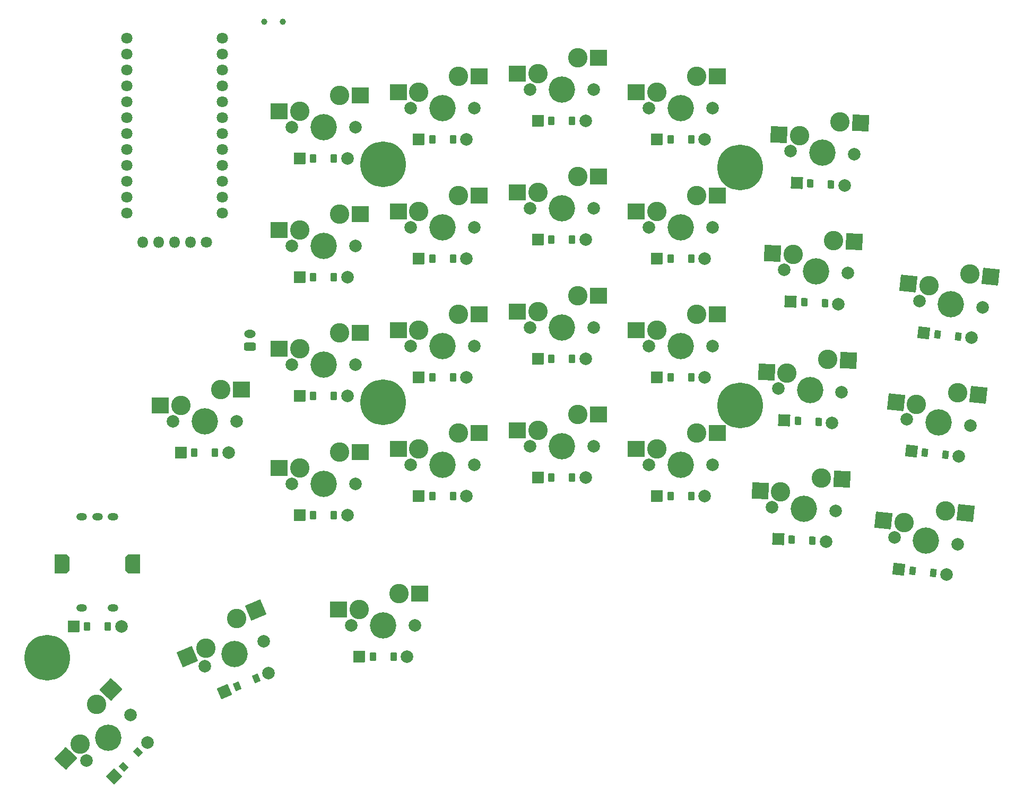
<source format=gbr>
%TF.GenerationSoftware,KiCad,Pcbnew,9.0.0*%
%TF.CreationDate,2025-04-09T21:05:37+02:00*%
%TF.ProjectId,right,72696768-742e-46b6-9963-61645f706362,1*%
%TF.SameCoordinates,Original*%
%TF.FileFunction,Soldermask,Bot*%
%TF.FilePolarity,Negative*%
%FSLAX46Y46*%
G04 Gerber Fmt 4.6, Leading zero omitted, Abs format (unit mm)*
G04 Created by KiCad (PCBNEW 9.0.0) date 2025-04-09 21:05:37*
%MOMM*%
%LPD*%
G01*
G04 APERTURE LIST*
G04 Aperture macros list*
%AMRoundRect*
0 Rectangle with rounded corners*
0 $1 Rounding radius*
0 $2 $3 $4 $5 $6 $7 $8 $9 X,Y pos of 4 corners*
0 Add a 4 corners polygon primitive as box body*
4,1,4,$2,$3,$4,$5,$6,$7,$8,$9,$2,$3,0*
0 Add four circle primitives for the rounded corners*
1,1,$1+$1,$2,$3*
1,1,$1+$1,$4,$5*
1,1,$1+$1,$6,$7*
1,1,$1+$1,$8,$9*
0 Add four rect primitives between the rounded corners*
20,1,$1+$1,$2,$3,$4,$5,0*
20,1,$1+$1,$4,$5,$6,$7,0*
20,1,$1+$1,$6,$7,$8,$9,0*
20,1,$1+$1,$8,$9,$2,$3,0*%
%AMFreePoly0*
4,1,15,1.095355,1.135355,1.535355,0.695355,1.550000,0.660000,1.550000,-1.100000,1.535355,-1.135355,1.500000,-1.150000,-1.500000,-1.150000,-1.535355,-1.135355,-1.550000,-1.100000,-1.550000,0.660000,-1.535355,0.695355,-1.095355,1.135355,-1.060000,1.150000,1.060000,1.150000,1.095355,1.135355,1.095355,1.135355,$1*%
%AMFreePoly1*
4,1,15,1.535355,1.135355,1.550000,1.100000,1.550000,-0.660000,1.535355,-0.695355,1.095355,-1.135355,1.060000,-1.150000,-1.060000,-1.150000,-1.095355,-1.135355,-1.535355,-0.695355,-1.550000,-0.660000,-1.550000,1.100000,-1.535355,1.135355,-1.500000,1.150000,1.500000,1.150000,1.535355,1.135355,1.535355,1.135355,$1*%
G04 Aperture macros list end*
%ADD10C,7.300000*%
%ADD11C,1.800000*%
%ADD12C,1.000000*%
%ADD13FreePoly0,90.000000*%
%ADD14FreePoly1,90.000000*%
%ADD15O,1.700000X1.200000*%
%ADD16O,1.800000X1.800000*%
%ADD17C,2.000000*%
%ADD18C,3.100000*%
%ADD19C,4.200000*%
%ADD20RoundRect,0.050000X-1.275000X-1.250000X1.275000X-1.250000X1.275000X1.250000X-1.275000X1.250000X0*%
%ADD21RoundRect,0.050000X-0.934308X-0.841255X0.841255X-0.934308X0.934308X0.841255X-0.841255X0.934308X0*%
%ADD22RoundRect,0.050000X-0.480785X-0.575627X0.417982X-0.622729X0.480785X0.575627X-0.417982X0.622729X0*%
%ADD23C,2.005000*%
%ADD24RoundRect,0.050000X-0.889000X-0.889000X0.889000X-0.889000X0.889000X0.889000X-0.889000X0.889000X0*%
%ADD25RoundRect,0.050000X-0.450000X-0.600000X0.450000X-0.600000X0.450000X0.600000X-0.450000X0.600000X0*%
%ADD26RoundRect,0.050000X0.013485X-1.785481X1.784864X0.048835X-0.013485X1.785481X-1.784864X-0.048835X0*%
%ADD27RoundRect,0.050000X-1.398676X-1.109879X1.137355X-1.376426X1.398676X1.109879X-1.137355X1.376426X0*%
%ADD28RoundRect,0.050000X0.021942X-1.257044X1.257044X0.021942X-0.021942X1.257044X-1.257044X-0.021942X0*%
%ADD29RoundRect,0.050000X0.119008X-0.740498X0.744200X-0.093092X-0.119008X0.740498X-0.744200X0.093092X0*%
%ADD30RoundRect,0.050000X-0.470969X-1.165689X1.165689X-0.470969X0.470969X1.165689X-1.165689X0.470969X0*%
%ADD31RoundRect,0.050000X-0.179789X-0.728132X0.648666X-0.376474X0.179789X0.728132X-0.648666X0.376474X0*%
%ADD32RoundRect,0.260000X-0.665000X0.390000X-0.665000X-0.390000X0.665000X-0.390000X0.665000X0.390000X0*%
%ADD33O,1.850000X1.300000*%
%ADD34RoundRect,0.050000X-1.338673X-1.181559X1.207833X-1.315015X1.338673X1.181559X-1.207833X1.315015X0*%
%ADD35RoundRect,0.050000X-0.977056X-0.791204X0.791204X-0.977056X0.977056X0.791204X-0.791204X0.977056X0*%
%ADD36RoundRect,0.050000X-0.510252X-0.549675X0.384818X-0.643751X0.510252X0.549675X-0.384818X0.643751X0*%
%ADD37RoundRect,0.050000X-0.685230X-1.648813X1.662058X-0.652449X0.685230X1.648813X-1.662058X0.652449X0*%
G04 APERTURE END LIST*
D10*
%TO.C,H2*%
X247580075Y-139491273D03*
%TD*%
D11*
%TO.C,MCU1*%
X164950083Y-80841280D03*
X164950083Y-83381280D03*
X164950083Y-85921280D03*
X164950082Y-88461280D03*
X164950083Y-91001280D03*
X164950083Y-93541280D03*
X164950083Y-96081280D03*
X164950083Y-98621280D03*
X164950083Y-101161280D03*
X164950083Y-103701280D03*
X164950083Y-106241280D03*
X164950081Y-108781279D03*
X149710083Y-108781279D03*
X149710083Y-106241280D03*
X149710083Y-103701280D03*
X149710083Y-101161280D03*
X149710084Y-98621280D03*
X149710083Y-96081280D03*
X149710083Y-93541280D03*
X149710083Y-91001280D03*
X149710083Y-88461280D03*
X149710083Y-85921280D03*
X149710083Y-83381280D03*
X149710083Y-80841280D03*
%TD*%
D10*
%TO.C,H5*%
X136980077Y-179791272D03*
%TD*%
D12*
%TO.C,PWR1*%
X174580077Y-78216278D03*
X171580078Y-78216277D03*
%TD*%
D10*
%TO.C,H3*%
X190580076Y-100991274D03*
%TD*%
%TO.C,H4*%
X190580080Y-138991273D03*
%TD*%
%TO.C,H1*%
X247580079Y-101491278D03*
%TD*%
D13*
%TO.C,RE1*%
X150580078Y-164791276D03*
D14*
X139380078Y-164791276D03*
D15*
X142480078Y-157291276D03*
X144980078Y-157291276D03*
X147480078Y-157291276D03*
X147480078Y-171791276D03*
X142480079Y-171791275D03*
%TD*%
D16*
%TO.C,DISP1*%
X152250075Y-113391275D03*
X154790076Y-113391275D03*
X157330076Y-113391275D03*
X159870077Y-113391274D03*
D11*
X162410077Y-113391275D03*
%TD*%
D17*
%TO.C,S25*%
X185500077Y-174641275D03*
D18*
X186770076Y-172101275D03*
D19*
X190580077Y-174641275D03*
D18*
X193120077Y-169561275D03*
D17*
X195660077Y-174641275D03*
D20*
X183495077Y-172101275D03*
X196422077Y-169561275D03*
%TD*%
D17*
%TO.C,S23*%
X176000078Y-94991275D03*
D18*
X177270077Y-92451275D03*
D19*
X181080078Y-94991275D03*
D18*
X183620078Y-89911275D03*
D17*
X186160078Y-94991275D03*
D20*
X173995078Y-92451275D03*
X186922078Y-89911275D03*
%TD*%
D17*
%TO.C,S13*%
X214000076Y-126991274D03*
D18*
X215270075Y-124451274D03*
D19*
X219080076Y-126991274D03*
D18*
X221620076Y-121911274D03*
D17*
X224160076Y-126991274D03*
D20*
X211995076Y-124451274D03*
X224922076Y-121911274D03*
%TD*%
D17*
%TO.C,S9*%
X233000072Y-129991272D03*
D18*
X234270071Y-127451272D03*
D19*
X238080072Y-129991272D03*
D18*
X240620072Y-124911272D03*
D17*
X243160072Y-129991272D03*
D20*
X230995072Y-127451272D03*
X243922072Y-124911272D03*
%TD*%
D21*
%TO.C,D5*%
X254616647Y-141846938D03*
D22*
X256773687Y-141959984D03*
X260069165Y-142132692D03*
D23*
X262226205Y-142245738D03*
%TD*%
D24*
%TO.C,D20*%
X177270075Y-156991269D03*
D25*
X179430075Y-156991269D03*
X182730075Y-156991269D03*
D23*
X184890075Y-156991269D03*
%TD*%
D17*
%TO.C,S20*%
X176000086Y-151991272D03*
D18*
X177270085Y-149451272D03*
D19*
X181080086Y-151991272D03*
D18*
X183620086Y-146911272D03*
D17*
X186160086Y-151991272D03*
D20*
X173995086Y-149451272D03*
X186922086Y-146911272D03*
%TD*%
D17*
%TO.C,S24*%
X157000077Y-141991276D03*
D18*
X158270076Y-139451276D03*
D19*
X162080077Y-141991276D03*
D18*
X164620077Y-136911276D03*
D17*
X167160077Y-141991276D03*
D20*
X154995077Y-139451276D03*
X167922077Y-136911276D03*
%TD*%
D21*
%TO.C,D6*%
X255611029Y-122872980D03*
D22*
X257768069Y-122986026D03*
X261063547Y-123158734D03*
D23*
X263220587Y-123271780D03*
%TD*%
D17*
%TO.C,S27*%
X143197508Y-196217660D03*
D18*
X142252602Y-193539666D03*
D19*
X146726373Y-192563414D03*
D18*
X144836558Y-187207425D03*
D17*
X150255238Y-188909168D03*
D26*
X139977595Y-195895504D03*
X147130321Y-184832166D03*
%TD*%
D24*
%TO.C,D15*%
X215270083Y-93991274D03*
D25*
X217430083Y-93991274D03*
X220730083Y-93991274D03*
D23*
X222890083Y-93991274D03*
%TD*%
D17*
%TO.C,S3*%
X276135762Y-122773229D03*
D18*
X277664305Y-120379896D03*
D19*
X281187932Y-123304235D03*
D18*
X284245022Y-118517566D03*
D17*
X286240102Y-123835241D03*
D27*
X274407247Y-120037565D03*
X287528934Y-118862719D03*
%TD*%
D24*
%TO.C,D12*%
X215270078Y-150991271D03*
D25*
X217430078Y-150991271D03*
X220730078Y-150991271D03*
D23*
X222890078Y-150991271D03*
%TD*%
D24*
%TO.C,D10*%
X234270076Y-115991272D03*
D25*
X236430076Y-115991272D03*
X239730076Y-115991272D03*
D23*
X241890076Y-115991272D03*
%TD*%
D24*
%TO.C,D28*%
X141170077Y-174791276D03*
D25*
X143330077Y-174791276D03*
X146630077Y-174791276D03*
D23*
X148790077Y-174791276D03*
%TD*%
D28*
%TO.C,D27*%
X147676430Y-198777386D03*
D29*
X149176892Y-197223612D03*
X151469264Y-194849790D03*
D23*
X152969726Y-193296016D03*
%TD*%
D24*
%TO.C,D13*%
X215270079Y-131991276D03*
D25*
X217430079Y-131991276D03*
X220730079Y-131991276D03*
D23*
X222890079Y-131991276D03*
%TD*%
D30*
%TO.C,D26*%
X165276608Y-185232484D03*
D31*
X167264898Y-184388503D03*
X170302564Y-183099091D03*
D23*
X172290854Y-182255110D03*
%TD*%
D17*
%TO.C,S8*%
X233000079Y-148991278D03*
D18*
X234270078Y-146451278D03*
D19*
X238080079Y-148991278D03*
D18*
X240620079Y-143911278D03*
D17*
X243160079Y-148991278D03*
D20*
X230995079Y-146451278D03*
X243922079Y-143911278D03*
%TD*%
D17*
%TO.C,S12*%
X214000083Y-145991273D03*
D18*
X215270082Y-143451273D03*
D19*
X219080083Y-145991273D03*
D18*
X221620083Y-140911273D03*
D17*
X224160083Y-145991273D03*
D20*
X211995083Y-143451273D03*
X224922083Y-140911273D03*
%TD*%
D24*
%TO.C,D21*%
X177270074Y-137991274D03*
D25*
X179430074Y-137991274D03*
X182730074Y-137991274D03*
D23*
X184890074Y-137991274D03*
%TD*%
D17*
%TO.C,S2*%
X274149719Y-141669140D03*
D18*
X275678262Y-139275807D03*
D19*
X279201889Y-142200146D03*
D18*
X282258979Y-137413477D03*
D17*
X284254059Y-142731152D03*
D27*
X272421204Y-138933476D03*
X285542891Y-137758630D03*
%TD*%
D17*
%TO.C,S1*%
X272163679Y-160565057D03*
D18*
X273692222Y-158171724D03*
D19*
X277215849Y-161096063D03*
D18*
X280272939Y-156309394D03*
D17*
X282268019Y-161627069D03*
D27*
X270435164Y-157829393D03*
X283556851Y-156654547D03*
%TD*%
D32*
%TO.C,JST1*%
X169330077Y-130041276D03*
D33*
X169330077Y-128041276D03*
%TD*%
D21*
%TO.C,D7*%
X256605407Y-103899020D03*
D22*
X258762447Y-104012066D03*
X262057925Y-104184774D03*
D23*
X264214965Y-104297820D03*
%TD*%
D17*
%TO.C,S4*%
X252615679Y-155761284D03*
D18*
X254016871Y-153291232D03*
D19*
X257688717Y-156027151D03*
D18*
X260491103Y-151087046D03*
D17*
X262761755Y-156293018D03*
D34*
X250746360Y-153119832D03*
X263788577Y-151259860D03*
%TD*%
D17*
%TO.C,S17*%
X195000082Y-129991279D03*
D18*
X196270081Y-127451279D03*
D19*
X200080082Y-129991279D03*
D18*
X202620082Y-124911279D03*
D17*
X205160082Y-129991279D03*
D20*
X192995082Y-127451279D03*
X205922082Y-124911279D03*
%TD*%
D35*
%TO.C,D2*%
X274890117Y-146774502D03*
D36*
X277038283Y-147000282D03*
X280320205Y-147345226D03*
D23*
X282468371Y-147571006D03*
%TD*%
D17*
%TO.C,S22*%
X176000074Y-113991275D03*
D18*
X177270073Y-111451275D03*
D19*
X181080074Y-113991275D03*
D18*
X183620074Y-108911275D03*
D17*
X186160074Y-113991275D03*
D20*
X173995074Y-111451275D03*
X186922074Y-108911275D03*
%TD*%
D21*
%TO.C,D4*%
X253622263Y-160820897D03*
D22*
X255779303Y-160933943D03*
X259074781Y-161106651D03*
D23*
X261231821Y-161219697D03*
%TD*%
D24*
%TO.C,D22*%
X177270086Y-118991275D03*
D25*
X179430086Y-118991275D03*
X182730086Y-118991275D03*
D23*
X184890086Y-118991275D03*
%TD*%
D17*
%TO.C,S26*%
X162153916Y-181126190D03*
D18*
X162330500Y-178291879D03*
D19*
X166830081Y-179141276D03*
D18*
X167183249Y-173472654D03*
D17*
X171506246Y-177156362D03*
D37*
X159315847Y-179571524D03*
X170222756Y-172182460D03*
%TD*%
D24*
%TO.C,D8*%
X234270082Y-153991277D03*
D25*
X236430082Y-153991277D03*
X239730082Y-153991277D03*
D23*
X241890082Y-153991277D03*
%TD*%
D24*
%TO.C,D24*%
X158270081Y-146991271D03*
D25*
X160430081Y-146991271D03*
X163730081Y-146991271D03*
D23*
X165890081Y-146991271D03*
%TD*%
D17*
%TO.C,S19*%
X195000076Y-91991273D03*
D18*
X196270075Y-89451273D03*
D19*
X200080076Y-91991273D03*
D18*
X202620076Y-86911273D03*
D17*
X205160076Y-91991273D03*
D20*
X192995076Y-89451273D03*
X205922076Y-86911273D03*
%TD*%
D17*
%TO.C,S21*%
X176000077Y-132991277D03*
D18*
X177270076Y-130451277D03*
D19*
X181080077Y-132991277D03*
D18*
X183620077Y-127911277D03*
D17*
X186160077Y-132991277D03*
D20*
X173995077Y-130451277D03*
X186922077Y-127911277D03*
%TD*%
D35*
%TO.C,D3*%
X276876157Y-127878589D03*
D36*
X279024323Y-128104369D03*
X282306245Y-128449313D03*
D23*
X284454411Y-128675093D03*
%TD*%
D24*
%TO.C,D16*%
X196270076Y-153991276D03*
D25*
X198430076Y-153991276D03*
X201730076Y-153991276D03*
D23*
X203890076Y-153991276D03*
%TD*%
D17*
%TO.C,S10*%
X233000081Y-110991274D03*
D18*
X234270080Y-108451274D03*
D19*
X238080081Y-110991274D03*
D18*
X240620081Y-105911274D03*
D17*
X243160081Y-110991274D03*
D20*
X230995081Y-108451274D03*
X243922081Y-105911274D03*
%TD*%
D24*
%TO.C,D14*%
X215270080Y-112991271D03*
D25*
X217430080Y-112991271D03*
X220730080Y-112991271D03*
D23*
X222890080Y-112991271D03*
%TD*%
D24*
%TO.C,D17*%
X196270078Y-134991274D03*
D25*
X198430078Y-134991274D03*
X201730078Y-134991274D03*
D23*
X203890078Y-134991274D03*
%TD*%
D24*
%TO.C,D9*%
X234270075Y-134991272D03*
D25*
X236430075Y-134991272D03*
X239730075Y-134991272D03*
D23*
X241890075Y-134991272D03*
%TD*%
D17*
%TO.C,S14*%
X214000076Y-107991270D03*
D18*
X215270075Y-105451270D03*
D19*
X219080076Y-107991270D03*
D18*
X221620076Y-102911270D03*
D17*
X224160076Y-107991270D03*
D20*
X211995076Y-105451270D03*
X224922076Y-102911270D03*
%TD*%
D35*
%TO.C,D1*%
X272904074Y-165670417D03*
D36*
X275052240Y-165896197D03*
X278334162Y-166241141D03*
D23*
X280482328Y-166466921D03*
%TD*%
D24*
%TO.C,D11*%
X234270071Y-96991277D03*
D25*
X236430071Y-96991277D03*
X239730071Y-96991277D03*
D23*
X241890071Y-96991277D03*
%TD*%
D17*
%TO.C,S15*%
X214000073Y-88991271D03*
D18*
X215270072Y-86451271D03*
D19*
X219080073Y-88991271D03*
D18*
X221620073Y-83911271D03*
D17*
X224160073Y-88991271D03*
D20*
X211995073Y-86451271D03*
X224922073Y-83911271D03*
%TD*%
D24*
%TO.C,D18*%
X196270076Y-115991277D03*
D25*
X198430076Y-115991277D03*
X201730076Y-115991277D03*
D23*
X203890076Y-115991277D03*
%TD*%
D17*
%TO.C,S18*%
X195000080Y-110991274D03*
D18*
X196270079Y-108451274D03*
D19*
X200080080Y-110991274D03*
D18*
X202620080Y-105911274D03*
D17*
X205160080Y-110991274D03*
D20*
X192995080Y-108451274D03*
X205922080Y-105911274D03*
%TD*%
D24*
%TO.C,D23*%
X177270072Y-99991274D03*
D25*
X179430072Y-99991274D03*
X182730072Y-99991274D03*
D23*
X184890072Y-99991274D03*
%TD*%
D17*
%TO.C,S5*%
X253610066Y-136787327D03*
D18*
X255011258Y-134317275D03*
D19*
X258683104Y-137053194D03*
D18*
X261485490Y-132113089D03*
D17*
X263756142Y-137319061D03*
D34*
X251740747Y-134145875D03*
X264782964Y-132285903D03*
%TD*%
D24*
%TO.C,D25*%
X186770081Y-179641281D03*
D25*
X188930081Y-179641281D03*
X192230081Y-179641281D03*
D23*
X194390081Y-179641281D03*
%TD*%
D17*
%TO.C,S7*%
X255598828Y-98839406D03*
D18*
X257000020Y-96369354D03*
D19*
X260671866Y-99105273D03*
D18*
X263474252Y-94165168D03*
D17*
X265744904Y-99371140D03*
D34*
X253729509Y-96197954D03*
X266771726Y-94337982D03*
%TD*%
D17*
%TO.C,S11*%
X233000074Y-91991271D03*
D18*
X234270073Y-89451271D03*
D19*
X238080074Y-91991271D03*
D18*
X240620074Y-86911271D03*
D17*
X243160074Y-91991271D03*
D20*
X230995074Y-89451271D03*
X243922074Y-86911271D03*
%TD*%
D17*
%TO.C,S6*%
X254604447Y-117813364D03*
D18*
X256005639Y-115343312D03*
D19*
X259677485Y-118079231D03*
D18*
X262479871Y-113139126D03*
D17*
X264750523Y-118345098D03*
D34*
X252735128Y-115171912D03*
X265777345Y-113311940D03*
%TD*%
D17*
%TO.C,S16*%
X195000074Y-148991269D03*
D18*
X196270073Y-146451269D03*
D19*
X200080074Y-148991269D03*
D18*
X202620074Y-143911269D03*
D17*
X205160074Y-148991269D03*
D20*
X192995074Y-146451269D03*
X205922074Y-143911269D03*
%TD*%
D24*
%TO.C,D19*%
X196270076Y-96991278D03*
D25*
X198430076Y-96991278D03*
X201730076Y-96991278D03*
D23*
X203890076Y-96991278D03*
%TD*%
M02*

</source>
